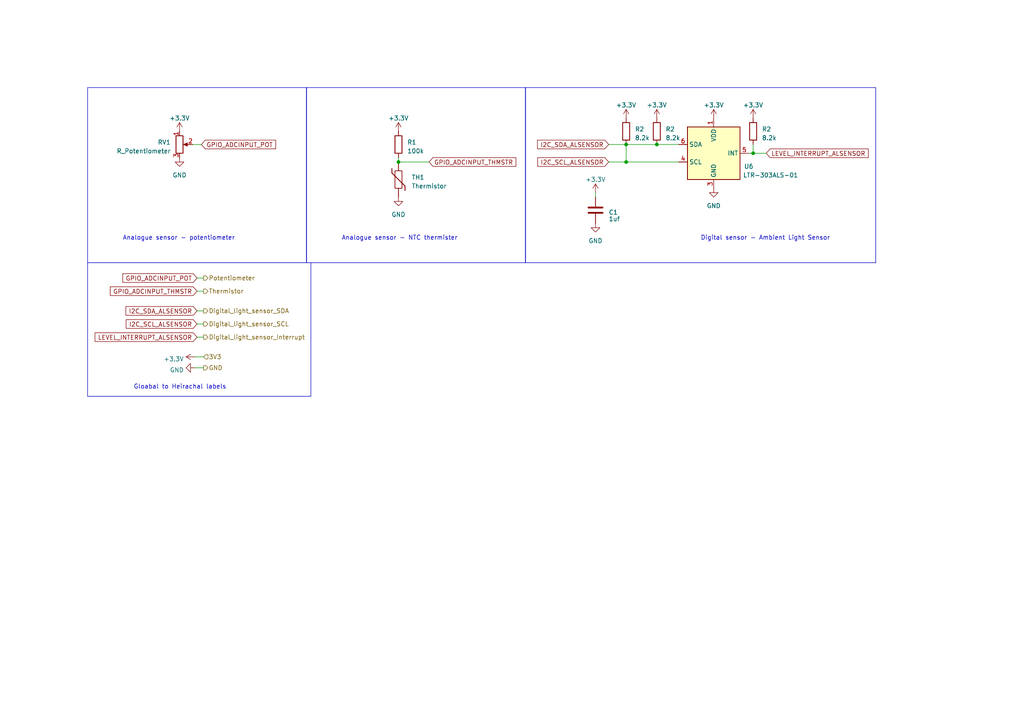
<source format=kicad_sch>
(kicad_sch (version 20230121) (generator eeschema)
  (paper "A4")
  (title_block (date "2023-03-11") (company "UCT"))
  (lib_symbols
    (symbol "Device:C" (pin_numbers hide) (pin_names (offset 0.254))
      (property "Reference" "C" (at 0.635 2.54 0))
      (property "Value" "C" (at 0.635 -2.54 0))
      (symbol "C_0_1"
        (polyline (pts (xy -2.032 -0.762) (xy 2.032 -0.762)) (stroke (width 0.508)))
        (polyline (pts (xy -2.032 0.762) (xy 2.032 0.762)) (stroke (width 0.508)))
      )
      (symbol "C_1_1"
        (pin passive line (at 0 3.81 270) (length 2.794) (name "~") (number "1"))
        (pin passive line (at 0 -3.81 90) (length 2.794) (name "~") (number "2"))
      )
    )
    (symbol "Device:R" (pin_numbers hide) (pin_names (offset 0))
      (property "Reference" "R" (at 2.032 0 90))
      (property "Value" "R" (at 0 0 90))
      (symbol "R_0_1"
        (rectangle (start -1.016 -2.54) (end 1.016 2.54) (stroke (width 0.254)))
      )
      (symbol "R_1_1"
        (pin passive line (at 0 3.81 270) (length 1.27) (name "~") (number "1"))
        (pin passive line (at 0 -3.81 90) (length 1.27) (name "~") (number "2"))
      )
    )
    (symbol "Device:R_Potentiometer" (pin_names (offset 1.016) hide)
      (property "Reference" "RV" (at -4.445 0 90))
      (property "Value" "R_Potentiometer" (at -2.54 0 90))
      (symbol "R_Potentiometer_0_1"
        (polyline (pts (xy 2.54 0) (xy 1.524 0)))
        (polyline (pts (xy 1.143 0) (xy 2.286 0.508) (xy 2.286 -0.508) (xy 1.143 0)) (fill (type outline)))
        (rectangle (start 1.016 2.54) (end -1.016 -2.54) (stroke (width 0.254)))
      )
      (symbol "R_Potentiometer_1_1"
        (pin passive line (at 0 3.81 270) (length 1.27) (name "1") (number "1"))
        (pin passive line (at 3.81 0 180) (length 1.27) (name "2") (number "2"))
        (pin passive line (at 0 -3.81 90) (length 1.27) (name "3") (number "3"))
      )
    )
    (symbol "Device:Thermistor" (pin_numbers hide) (pin_names (offset 0))
      (property "Reference" "TH" (at 2.54 1.27 90))
      (property "Value" "Thermistor" (at -2.54 0 90))
      (symbol "Thermistor_0_1"
        (rectangle (start -1.016 2.54) (end 1.016 -2.54) (stroke (width 0.2032)))
        (polyline (pts (xy -1.905 3.175) (xy -1.905 1.905) (xy 1.905 -1.905) (xy 1.905 -3.175) (xy 1.905 -3.175)) (stroke (width 0.254)))
      )
      (symbol "Thermistor_1_1"
        (pin passive line (at 0 5.08 270) (length 2.54) (name "~") (number "1"))
        (pin passive line (at 0 -5.08 90) (length 2.54) (name "~") (number "2"))
      )
    )
    (symbol "Sensor_Optical:LTR-303ALS-01"
      (property "Reference" "U" (at -7.62 8.89 0))
      (property "Value" "LTR-303ALS-01" (at 1.27 8.89 0))
      (symbol "LTR-303ALS-01_0_1"
        (rectangle (start -7.62 7.62) (end 7.62 -7.62) (stroke (width 0.254)) (fill (type background)))
      )
      (symbol "LTR-303ALS-01_1_1"
        (pin power_in line (at 0 10.16 270) (length 2.54) (name "VDD") (number "1"))
        (pin no_connect line (at 2.54 0 180) (length 2.54) hide (name "NC") (number "2"))
        (pin power_in line (at 0 -10.16 90) (length 2.54) (name "GND") (number "3"))
        (pin input line (at -10.16 -2.54 0) (length 2.54) (name "SCL") (number "4"))
        (pin open_collector line (at 10.16 0 180) (length 2.54) (name "INT") (number "5"))
        (pin bidirectional line (at -10.16 2.54 0) (length 2.54) (name "SDA") (number "6"))
      )
    )
    (symbol "power:+3.3V" (power) (pin_names (offset 0))
      (property "Value" "+3.3V" (at 0 3.556 0))
      (symbol "+3.3V_0_1"
        (polyline (pts (xy -0.762 1.27) (xy 0 2.54)))
        (polyline (pts (xy 0 0) (xy 0 2.54)))
        (polyline (pts (xy 0 2.54) (xy 0.762 1.27)))
      )
      (symbol "+3.3V_1_1"
        (pin power_in line (at 0 0 90) (length 0) hide (name "+3.3V") (number "1"))
      )
    )
    (symbol "power:GND" (power) (pin_names (offset 0))
      (property "Value" "GND" (at 0 -3.81 0))
      (symbol "GND_0_1"
        (polyline (pts (xy 0 0) (xy 0 -1.27) (xy 1.27 -1.27) (xy 0 -2.54) (xy -1.27 -1.27) (xy 0 -1.27)))
      )
      (symbol "GND_1_1"
        (pin power_in line (at 0 0 270) (length 0) hide (name "GND") (number "1"))
      )
    )
  )
  (junction (at 190.5 41.91))
  (junction (at 218.44 44.45))
  (junction (at 181.61 46.99))
  (junction (at 115.57 46.99))
  (junction (at 181.61 41.91))
  (wire (pts (xy 115.57 45.72) (xy 115.57 46.99)))
  (wire (pts (xy 57.15 90.17) (xy 59.055 90.17)))
  (wire (pts (xy 56.515 103.505) (xy 59.055 103.505)))
  (wire (pts (xy 181.61 41.91) (xy 190.5 41.91)))
  (wire (pts (xy 57.15 93.98) (xy 59.055 93.98)))
  (wire (pts (xy 218.44 41.91) (xy 218.44 44.45)))
  (wire (pts (xy 190.5 41.91) (xy 196.85 41.91)))
  (wire (pts (xy 56.515 106.68) (xy 59.055 106.68)))
  (wire (pts (xy 181.61 41.91) (xy 181.61 46.99)))
  (wire (pts (xy 55.88 41.91) (xy 58.42 41.91)))
  (wire (pts (xy 115.57 46.99) (xy 124.46 46.99)))
  (wire (pts (xy 217.17 44.45) (xy 218.44 44.45)))
  (wire (pts (xy 57.15 97.79) (xy 59.055 97.79)))
  (wire (pts (xy 57.15 84.455) (xy 59.055 84.455)))
  (wire (pts (xy 196.85 46.99) (xy 181.61 46.99)))
  (wire (pts (xy 176.53 46.99) (xy 181.61 46.99)))
  (wire (pts (xy 57.15 80.645) (xy 59.055 80.645)))
  (wire (pts (xy 176.53 41.91) (xy 181.61 41.91)))
  (wire (pts (xy 218.44 44.45) (xy 222.25 44.45)))
  (wire (pts (xy 172.72 55.88) (xy 172.72 57.15)))
  (rectangle (start 25.4 25.4) (end 88.9 76.2))
  (rectangle (start 88.9 25.4) (end 152.4 76.2))
  (rectangle (start 152.4 25.4) (end 254 76.2))
  (rectangle (start 25.4 76.2) (end 90.17 114.935))
  (text "Gloabal to Heirachal labels\n" (at 38.735 113.03 0) (effects (font (size 1.27 1.27)) (justify left bottom)))
  (text "Digital sensor - Ambient Light Sensor" (at 203.2 69.85 0) (effects (font (size 1.27 1.27)) (justify left bottom)))
  (text "Analogue sensor - NTC thermister" (at 99.06 69.85 0) (effects (font (size 1.27 1.27)) (justify left bottom)))
  (text "Analogue sensor - potentiometer" (at 35.56 69.85 0) (effects (font (size 1.27 1.27)) (justify left bottom)))
  (global_label "LEVEL_INTERRUPT_ALSENSOR" (shape input) (at 222.25 44.45 0) (property "Intersheetrefs" "${INTERSHEET_REFS}" (effects hide)))
  (global_label "I2C_SDA_ALSENSOR" (shape input) (at 57.15 90.17 180) (property "Intersheetrefs" "${INTERSHEET_REFS}" (effects hide)))
  (global_label "LEVEL_INTERRUPT_ALSENSOR" (shape input) (at 57.15 97.79 180) (property "Intersheetrefs" "${INTERSHEET_REFS}" (effects hide)))
  (global_label "GPIO_ADCINPUT_THMSTR" (shape input) (at 124.46 46.99 0) (property "Intersheetrefs" "${INTERSHEET_REFS}" (effects hide)))
  (global_label "I2C_SDA_ALSENSOR" (shape input) (at 176.53 41.91 180) (property "Intersheetrefs" "${INTERSHEET_REFS}" (effects hide)))
  (global_label "GPIO_ADCINPUT_POT" (shape input) (at 58.42 41.91 0) (property "Intersheetrefs" "${INTERSHEET_REFS}" (effects hide)))
  (global_label "GPIO_ADCINPUT_THMSTR" (shape input) (at 57.15 84.455 180) (property "Intersheetrefs" "${INTERSHEET_REFS}" (effects hide)))
  (global_label "I2C_SCL_ALSENSOR" (shape input) (at 176.53 46.99 180) (property "Intersheetrefs" "${INTERSHEET_REFS}" (effects hide)))
  (global_label "GPIO_ADCINPUT_POT" (shape input) (at 57.15 80.645 180) (property "Intersheetrefs" "${INTERSHEET_REFS}" (effects hide)))
  (global_label "I2C_SCL_ALSENSOR" (shape input) (at 57.15 93.98 180) (property "Intersheetrefs" "${INTERSHEET_REFS}" (effects hide)))
  (hierarchical_label "Digital_light_sensor_Interrupt" (shape output) (at 59.055 97.79 0))
  (hierarchical_label "Digital_light_sensor_SDA" (shape output) (at 59.055 90.17 0))
  (hierarchical_label "GND" (shape output) (at 59.055 106.68 0))
  (hierarchical_label "Thermistor" (shape output) (at 59.055 84.455 0))
  (hierarchical_label "Potentiometer" (shape output) (at 59.055 80.645 0))
  (hierarchical_label "3V3" (shape input) (at 59.055 103.505 0))
  (hierarchical_label "Digital_light_sensor_SCL" (shape output) (at 59.055 93.98 0))
  (symbol (lib_id "Device:R") (at 190.5 38.1 180) (unit 1)
    (property "Reference" "R2" (at 193.04 37.465 0) (effects (justify right)))
    (property "Value" "8.2k" (at 193.04 40.005 0) (effects (justify right)))
  )
  (symbol (lib_id "Device:R") (at 181.61 38.1 180) (unit 1)
    (property "Reference" "R2" (at 184.15 37.465 0) (effects (justify right)))
    (property "Value" "8.2k" (at 184.15 40.005 0) (effects (justify right)))
  )
  (symbol (lib_id "power:+3.3V") (at 52.07 38.1 0) (unit 1)
    (property "Reference" "#PWR0101" (effects hide))
    (property "Value" "+3.3V" (at 52.07 34.29 0))
  )
  (symbol (lib_id "power:GND") (at 172.72 64.77 0) (unit 1)
    (property "Reference" "#PWR024" (effects hide))
    (property "Value" "GND" (at 172.72 69.85 0))
  )
  (symbol (lib_id "power:GND") (at 207.01 54.61 0) (unit 1)
    (property "Reference" "#PWR019" (effects hide))
    (property "Value" "GND" (at 207.01 59.69 0))
  )
  (symbol (lib_id "power:+3.3V") (at 181.61 34.29 0) (unit 1)
    (property "Reference" "#PWR020" (effects hide))
    (property "Value" "+3.3V" (at 181.61 30.48 0))
  )
  (symbol (lib_id "Device:R") (at 218.44 38.1 180) (unit 1)
    (property "Reference" "R2" (at 220.98 37.465 0) (effects (justify right)))
    (property "Value" "8.2k" (at 220.98 40.005 0) (effects (justify right)))
  )
  (symbol (lib_id "Device:R") (at 115.57 41.91 180) (unit 1)
    (property "Reference" "R1" (at 118.11 41.275 0) (effects (justify right)))
    (property "Value" "100k" (at 118.11 43.815 0) (effects (justify right)))
  )
  (symbol (lib_id "power:+3.3V") (at 190.5 34.29 0) (unit 1)
    (property "Reference" "#PWR021" (effects hide))
    (property "Value" "+3.3V" (at 190.5 30.48 0))
  )
  (symbol (lib_id "power:GND") (at 115.57 57.15 0) (unit 1)
    (property "Reference" "#PWR02" (effects hide))
    (property "Value" "GND" (at 115.57 62.23 0))
  )
  (symbol (lib_id "power:GND") (at 56.515 106.68 270) (unit 1)
    (property "Reference" "#PWR0102" (effects hide))
    (property "Value" "GND" (at 53.34 107.315 90) (effects (justify right)))
  )
  (symbol (lib_id "power:+3.3V") (at 56.515 103.505 90) (unit 1)
    (property "Reference" "#PWR0101" (effects hide))
    (property "Value" "+3.3V" (at 53.34 104.14 90) (effects (justify left)))
  )
  (symbol (lib_id "power:+3.3V") (at 172.72 55.88 0) (unit 1)
    (property "Reference" "#PWR023" (effects hide))
    (property "Value" "+3.3V" (at 172.72 52.07 0))
  )
  (symbol (lib_id "power:GND") (at 52.07 45.72 0) (unit 1)
    (property "Reference" "#PWR0102" (effects hide))
    (property "Value" "GND" (at 52.07 50.8 0))
  )
  (symbol (lib_id "power:+3.3V") (at 207.01 34.29 0) (unit 1)
    (property "Reference" "#PWR018" (effects hide))
    (property "Value" "+3.3V" (at 207.01 30.48 0))
  )
  (symbol (lib_id "Device:C") (at 172.72 60.96 0) (unit 1)
    (property "Reference" "C1" (at 176.53 61.595 0) (effects (justify left)))
    (property "Value" "1uf" (at 176.53 63.5 0) (effects (justify left)))
  )
  (symbol (lib_id "Device:R_Potentiometer") (at 52.07 41.91 0) (unit 1)
    (property "Reference" "RV1" (at 49.53 41.275 0) (effects (justify right)))
    (property "Value" "R_Potentiometer" (at 49.53 43.815 0) (effects (justify right)))
  )
  (symbol (lib_id "Sensor_Optical:LTR-303ALS-01") (at 207.01 44.45 0) (unit 1)
    (property "Reference" "U6" (at 217.17 48.26 0))
    (property "Value" "LTR-303ALS-01" (at 223.52 50.8 0))
    (property "Footprint" "OptoDevice:Lite-On_LTR-303ALS-01" (effects hide))
    (property "Datasheet" "http://optoelectronics.liteon.com/upload/download/DS86-2013-0004/LTR-303ALS-01_DS_V1.pdf" (effects hide))
  )
  (symbol (lib_id "power:+3.3V") (at 115.57 38.1 0) (unit 1)
    (property "Reference" "#PWR01" (effects hide))
    (property "Value" "+3.3V" (at 115.57 34.29 0))
  )
  (symbol (lib_id "Device:Thermistor") (at 115.57 52.07 0) (unit 1)
    (property "Reference" "TH1" (at 119.38 51.435 0) (effects (justify left)))
    (property "Value" "Thermistor" (at 119.38 53.975 0) (effects (justify left)))
  )
  (symbol (lib_id "power:+3.3V") (at 218.44 34.29 0) (unit 1)
    (property "Reference" "#PWR022" (effects hide))
    (property "Value" "+3.3V" (at 218.44 30.48 0))
  )
)
</source>
